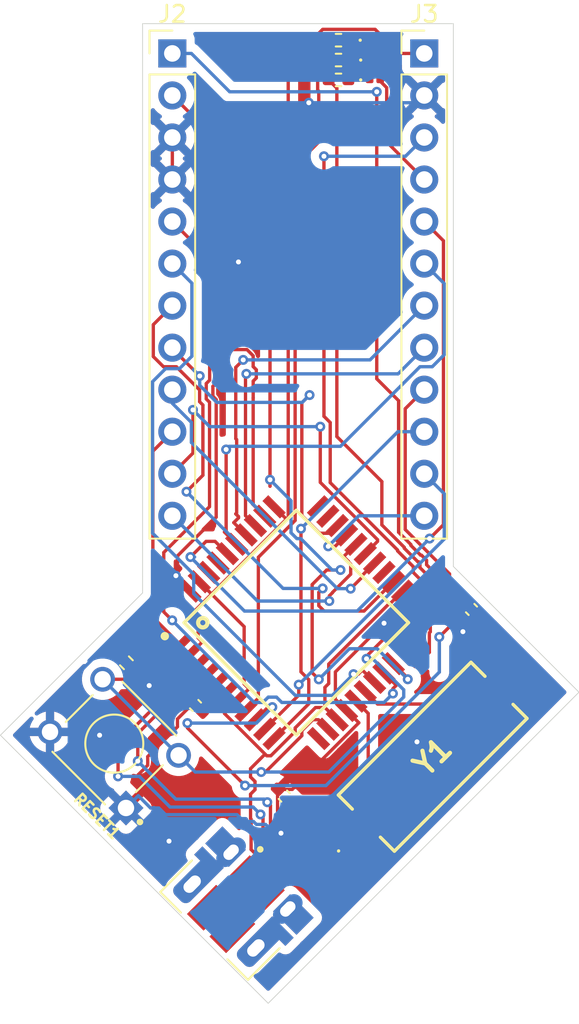
<source format=kicad_pcb>
(kicad_pcb (version 20241229) (generator "pcbnew") (generator_version "9.0")
  (layers (0 "F.Cu" signal) (2 "B.Cu" signal) (13 "F.Paste" user) (15 "B.Paste" user) (5 "F.SilkS" user "F.Silkscreen") (7 "B.SilkS" user "B.Silkscreen") (1 "F.Mask" user) (3 "B.Mask" user) (25 "Edge.Cuts" user))
  (net 0 "")
  (net 1 "GND")
  (net 2 "/XTAL1")
  (net 3 "/XTAL2")
  (net 4 "Net-(U1-UCAP)")
  (net 5 "Net-(J1-D-)")
  (net 11 "Net-(J1-D+)")
  (net 13 "VCC")
  (net 17 "/TX")
  (net 18 "/D8")
  (net 19 "/D5")
  (net 20 "/D9")
  (net 21 "/D3")
  (net 22 "/D2")
  (net 23 "/RX")
  (net 24 "/D4")
  (net 25 "/D6")
  (net 26 "/D7")
  (net 27 "/D16")
  (net 28 "/D10")
  (net 29 "/D19")
  (net 30 "/D15")
  (net 31 "/D14")
  (net 32 "/RESET")
  (net 33 "/D21")
  (net 34 "/D20")
  (net 35 "/D18")
  (net 36 "Net-(PWR1-K)")
  (net 37 "/TXLED")
  (net 38 "Net-(TX1-K)")
  (net 39 "Net-(RX1-K)")
  (net 40 "/RXLED")
  (footprint "Capacitor_SMD:C_0402_1005Metric_Pad0.74x0.62mm_HandSolder" (layer "F.Cu") (at 101.4013 139.4013 135)
    (property "Reference" "C3" (hide yes))
    (property "Value" "1uF" (hide yes))
  )
  (footprint "10103594_0001LF (1):AMPHENOL_10103594-0001LF" (layer "F.Cu") (at 103.1269 152.1269 -45)
    (property "Reference" "J1" (hide yes))
    (property "Value" "10103594-0001LF" (hide yes))
  )
  (footprint "Capacitor_SMD:C_0402_1005Metric_Pad0.74x0.62mm_HandSolder" (layer "F.Cu") (at 118.0987 133.5987 135)
    (property "Reference" "C1" (hide yes))
    (property "Value" "27pF" (hide yes))
  )
  (footprint "Resistor_SMD:R_0402_1005Metric_Pad0.72x0.64mm_HandSolder" (layer "F.Cu") (at 110.0525 101.6)
    (property "Reference" "R3" (hide yes))
    (property "Value" "1k" (hide yes))
  )
  (footprint "LED_SMD:LED_0201_0603Metric" (layer "F.Cu") (at 112.255 101.6)
    (property "Reference" "RX1" (hide yes))
    (property "Value" "LED" (hide yes))
  )
  (footprint "LED_SMD:LED_0201_0603Metric" (layer "F.Cu") (at 112.255 100.4)
    (property "Reference" "TX1" (hide yes))
    (property "Value" "LED" (hide yes))
  )
  (footprint "LED_SMD:LED_0201_0603Metric_Pad0.64x0.40mm_HandSolder" (layer "F.Cu") (at 112.4 99.2)
    (property "Reference" "PWR1" (hide yes))
    (property "Value" "LED" (hide yes))
  )
  (footprint "Resistor_SMD:R_0402_1005Metric_Pad0.72x0.64mm_HandSolder" (layer "F.Cu") (at 97.2225 136.8225 -45)
    (property "Reference" "R1" (hide yes))
    (property "Value" "10k" (hide yes))
  )
  (footprint "Resistor_SMD:R_0402_1005Metric_Pad0.72x0.64mm_HandSolder" (layer "F.Cu") (at 110.0525 100.4)
    (property "Reference" "R2" (hide yes))
    (property "Value" "1k" (hide yes))
  )
  (footprint "KiCad:ECS160185PXGMTR" (layer "F.Cu") (at 115.75 142.5 45)
    (property "Reference" "Y1")
    (property "Value" "ECS-160-18-5PX-GM-TR" (hide yes))
  )
  (footprint "Connector_PinHeader_2.54mm:PinHeader_1x12_P2.54mm_Vertical" (layer "F.Cu") (at 100 100)
    (property "Reference" "J2")
    (property "Value" "Conn_01x12_Pin" (hide yes))
  )
  (footprint "1825910_6:SW_1825910-6-4" (layer "F.Cu") (at 96.4891 141.7071 135)
    (property "Reference" "RESET1")
    (property "Value" "1825910-6" (hide yes))
  )
  (footprint "Resistor_SMD:R_0402_1005Metric_Pad0.72x0.64mm_HandSolder" (layer "F.Cu") (at 110.0525 99.2)
    (property "Reference" "R4" (hide yes))
    (property "Value" "1k" (hide yes))
  )
  (footprint "ATMEGA32U4_AU:QFP80P1200X1200X120-44N" (layer "F.Cu") (at 107.5 134.4 45)
    (property "Reference" "U1" (hide yes))
    (property "Value" "ATMEGA32U4-AU" (hide yes))
  )
  (footprint "Capacitor_SMD:C_0402_1005Metric_Pad0.74x0.62mm_HandSolder" (layer "F.Cu") (at 106.7671 144.875 135)
    (property "Reference" "C2" (hide yes))
    (property "Value" "27pF" (hide yes))
  )
  (footprint "Connector_PinHeader_2.54mm:PinHeader_1x12_P2.54mm_Vertical" (layer "F.Cu") (at 115.24 100)
    (property "Reference" "J3")
    (property "Value" "Conn_01x12_Pin" (hide yes))
  )
  (gr_line (start 98.2 98.2) (end 98.2 131.6) (stroke (width 0.05)) (layer "Edge.Cuts"))
  (gr_line (start 98.2 132.6) (end 98.2 131.6) (stroke (width 0.05)) (layer "Edge.Cuts"))
  (gr_line (start 111.8 151.4) (end 105.8 157.4) (stroke (width 0.05)) (layer "Edge.Cuts"))
  (gr_line (start 117 98.2) (end 117 131) (stroke (width 0.05)) (layer "Edge.Cuts"))
  (gr_line (start 124.6 138.6) (end 111.8 151.4) (stroke (width 0.05)) (layer "Edge.Cuts"))
  (gr_line (start 89.6 141.2) (end 95.6 135.2) (stroke (width 0.05)) (layer "Edge.Cuts"))
  (gr_line (start 95.6 135.2) (end 98.2 132.6) (stroke (width 0.05)) (layer "Edge.Cuts"))
  (gr_line (start 117 131) (end 124.6 138.6) (stroke (width 0.05)) (layer "Edge.Cuts"))
  (gr_line (start 98.2 98.2) (end 117 98.2) (stroke (width 0.05)) (layer "Edge.Cuts"))
  (gr_line (start 89.6 141.2) (end 105.8 157.4) (stroke (width 0.05)) (layer "Edge.Cuts"))
  (segment (start 114.5004 133.0565) (end 113.7567 133.8002) (width 0.2) (layer "F.Cu") (net 1))
  (segment (start 109.455 99.2) (end 108.257 100.398) (width 0.2) (layer "F.Cu") (net 1))
  (segment (start 102.4534 120.7138) (end 102.6534 120.9138) (width 0.2) (layer "F.Cu") (net 1))
  (segment (start 109.8638 137.374) (end 112.8071 134.4307) (width 0.2) (layer "F.Cu") (net 1))
  (segment (start 105.0804 119.1137) (end 105.0804 119.6121) (width 0.2) (layer "F.Cu") (net 1))
  (segment (start 100 107.62) (end 100 105.08) (width 0.2) (layer "F.Cu") (net 1))
  (segment (start 100.3227 130.3532) (end 100.3227 131.7482) (width 0.2) (layer "F.Cu") (net 1))
  (segment (start 108.257 100.398) (end 108.257 102.9803) (width 0.2) (layer "F.Cu") (net 1))
  (segment (start 104.8904 127.1784) (end 104.8472 127.2216) (width 0.2) (layer "F.Cu") (net 1))
  (segment (start 106.5738 147.1188) (end 106.3658 146.9108) (width 0.2) (layer "F.Cu") (net 1))
  (segment (start 102.6956 117.8958) (end 102.6956 119.8734) (width 0.2) (layer "F.Cu") (net 1))
  (segment (start 100.31 140.69) (end 98.5116 142.4884) (width 0.2) (layer "F.Cu") (net 1))
  (segment (start 102.6956 119.8734) (end 102.4534 120.1156) (width 0.2) (layer "F.Cu") (net 1))
  (segment (start 102.7624 138.0062) (end 101.7686 139) (width 0.2) (layer "F.Cu") (net 1))
  (segment (start 101.7686 139) (end 101 139) (width 0.2) (layer "F.Cu") (net 1))
  (segment (start 97.9392 143.5856) (end 97.9392 144.8531) (width 0.2) (layer "F.Cu") (net 1))
  (segment (start 110.5406 139.7033) (end 111.2844 140.447) (width 0.2) (layer "F.Cu") (net 1))
  (segment (start 105.5908 127.9653) (end 104.8472 127.2216) (width 0.2) (layer "F.Cu") (net 1))
  (segment (start 102.6956 117.8958) (end 104.5152 117.8958) (width 0.2) (layer "F.Cu") (net 1))
  (segment (start 98.5116 142.4884) (end 98.5116 143.0132) (width 0.2) (layer "F.Cu") (net 1))
  (segment (start 100.4642 131.8897) (end 100.3227 131.7482) (width 0.2) (layer "F.Cu") (net 1))
  (segment (start 97.9392 144.8531) (end 97.9393 144.8531) (width 0.2) (layer "F.Cu") (net 1))
  (segment (start 101.0653 132.4908) (end 100.4642 131.8897) (width 0.2) (layer "F.Cu") (net 1))
  (segment (start 110.5406 139.7033) (end 109.7969 138.9596) (width 0.2) (layer "F.Cu") (net 1))
  (segment (start 101 139.5275) (end 100.31 140.2175) (width 0.2) (layer "F.Cu") (net 1))
  (segment (start 100.2168 131.5597) (end 100.3217 131.6646) (width 0.2) (layer "F.Cu") (net 1))
  (segment (start 101 139) (end 101 139.5275) (width 0.2) (layer "F.Cu") (net 1))
  (segment (start 98.5116 143.0132) (end 97.9392 143.5856) (width 0.2) (layer "F.Cu") (net 1))
  (segment (start 104.5152 117.8958) (end 104.8904 118.271) (width 0.2) (layer "F.Cu") (net 1))
  (segment (start 113.1262 134.4307) (end 113.7567 133.8002) (width 0.2) (layer "F.Cu") (net 1))
  (segment (start 100.31 140.2175) (end 100.31 140.69) (width 0.2) (layer "F.Cu") (net 1))
  (segment (start 117.6974 133.1974) (end 117.5789 133.3159) (width 0.2) (layer "F.Cu") (net 1))
  (segment (start 112.8071 134.4307) (end 113.1262 134.4307) (width 0.2) (layer "F.Cu") (net 1))
  (segment (start 97.1962 145.5962) (end 97.9393 144.8531) (width 0.2) (layer "F.Cu") (net 1))
  (segment (start 100.3227 131.7482) (end 100.3217 131.7471) (width 0.2) (layer "F.Cu") (net 1))
  (segment (start 106.3658 146.9108) (end 106.3658 144.4737) (width 0.2) (layer "F.Cu") (net 1))
  (segment (start 109.7969 138.9596) (end 109.8638 138.8927) (width 0.2) (layer "F.Cu") (net 1))
  (segment (start 102.6956 110.3156) (end 102.6956 117.8958) (width 0.2) (layer "F.Cu") (net 1))
  (segment (start 107.2577 144.4737) (end 106.3658 144.4737) (width 0.2) (layer "F.Cu") (net 1))
  (segment (start 100.3217 131.6646) (end 100.3217 131.7471) (width 0.2) (layer "F.Cu") (net 1))
  (segment (start 104.8904 118.9237) (end 105.0804 119.1137) (width 0.2) (layer "F.Cu") (net 1))
  (segment (start 104.8919 119.8006) (end 104.8919 120.8127) (width 0.2) (layer "F.Cu") (net 1))
  (segment (start 100 107.62) (end 102.6956 110.3156) (width 0.2) (layer "F.Cu") (net 1))
  (segment (start 109.8638 138.8927) (end 109.8638 137.374) (width 0.2) (layer "F.Cu") (net 1))
  (segment (start 106.0437 151.0486) (end 106.8758 150.2165) (width 0.2) (layer "F.Cu") (net 1))
  (segment (start 102.6534 128.0225) (end 100.3227 130.3532) (width 0.2) (layer "F.Cu") (net 1))
  (segment (start 106.8758 150.2165) (end 106.8758 147.4208) (width 0.2) (layer "F.Cu") (net 1))
  (segment (start 117.5789 133.3159) (end 117.5789 134.9416) (width 0.2) (layer "F.Cu") (net 1))
  (segment (start 104.8904 120.8142) (end 104.8904 127.1784) (width 0.2) (layer "F.Cu") (net 1))
  (segment (start 106.8758 147.4208) (end 106.5738 147.1188) (width 0.2) (layer "F.Cu") (net 1))
  (segment (start 111.2844 140.447) (end 107.2577 144.4737) (width 0.2) (layer "F.Cu") (net 1))
  (segment (start 105.0804 119.6121) (end 104.8919 119.8006) (width 0.2) (layer "F.Cu") (net 1))
  (segment (start 102.6534 120.9138) (end 102.6534 128.0225) (width 0.2) (layer "F.Cu") (net 1))
  (segment (start 102.4534 120.1156) (end 102.4534 120.7138) (width 0.2) (layer "F.Cu") (net 1))
  (segment (start 104.8904 118.271) (end 104.8904 118.9237) (width 0.2) (layer "F.Cu") (net 1))
  (segment (start 104.8919 120.8127) (end 104.8904 120.8142) (width 0.2) (layer "F.Cu") (net 1))
  (via (at 100.2168 131.5597) (size 0.6) (drill 0.3) (layers "F.Cu" "B.Cu") (net 1))
  (via (at 104 112.6) (size 0.6) (drill 0.3) (layers "F.Cu" "B.Cu") (net 1))
  (via (at 99.8 147.6) (size 0.6) (drill 0.3) (layers "F.Cu" "B.Cu") (net 1))
  (via (at 112.8071 134.4307) (size 0.6) (drill 0.3) (layers "F.Cu" "B.Cu") (net 1))
  (via (at 106.5738 147.1188) (size 0.6) (drill 0.3) (layers "F.Cu" "B.Cu") (net 1))
  (via (at 95.6 141.2) (size 0.6) (drill 0.3) (layers "F.Cu" "B.Cu") (net 1))
  (via (at 117.5789 134.9416) (size 0.6) (drill 0.3) (layers "F.Cu" "B.Cu") (net 1))
  (via (at 108.257 102.9803) (size 0.6) (drill 0.3) (layers "F.Cu" "B.Cu") (net 1))
  (via (at 98.6 138.2) (size 0.6) (drill 0.3) (layers "F.Cu" "B.Cu") (net 1))
  (via (at 114.8 141.6) (size 0.6) (drill 0.3) (layers "F.Cu" "B.Cu") (net 1))
  (segment (start 99.1612 145.5962) (end 99.1627 145.5977) (width 0.2) (layer "B.Cu") (net 1))
  (segment (start 105.0847 146.5885) (end 105.6376 146.5885) (width 0.2) (layer "B.Cu") (net 1))
  (segment (start 98.6822 145.5961) (end 98.6822 145.5962) (width 0.2) (layer "B.Cu") (net 1))
  (segment (start 106.4771 147.1112) (end 106.4787 147.1112) (width 0.2) (layer "B.Cu") (net 1))
  (segment (start 106.0685 146.7026) (end 106.4771 147.1112) (width 0.2) (layer "B.Cu") (net 1))
  (segment (start 104.9059 146.4097) (end 105.0847 146.5885) (width 0.2) (layer "B.Cu") (net 1))
  (segment (start 105.7517 146.7026) (end 106.0685 146.7026) (width 0.2) (layer "B.Cu") (net 1))
  (segment (start 105.6376 146.5885) (end 105.7517 146.7026) (width 0.2) (layer "B.Cu") (net 1))
  (segment (start 117.068 134.4307) (end 112.8071 134.4307) (width 0.2) (layer "B.Cu") (net 1))
  (segment (start 102.0997 102.9803) (end 108.257 102.9803) (width 0.2) (layer "B.Cu") (net 1))
  (segment (start 98.6822 145.5962) (end 99.1612 145.5962) (width 0.2) (layer "B.Cu") (net 1))
  (segment (start 108.257 102.9803) (end 114.7997 102.9803) (width 0.2) (layer "B.Cu") (net 1))
  (segment (start 92.6 141) (end 93.7665 141) (width 0.2) (layer "B.Cu") (net 1))
  (segment (start 99.5853 145.9993) (end 103.9124 145.9993) (width 0.2) (layer "B.Cu") (net 1))
  (segment (start 97.1962 145.5962) (end 93.7665 142.1665) (width 0.2) (layer "B.Cu") (net 1))
  (segment (start 97.1962 145.5962) (end 97.9393 144.8531) (width 0.2) (layer "B.Cu") (net 1))
  (segment (start 99.1627 145.5977) (end 99.1837 145.5977) (width 0.2) (layer "B.Cu") (net 1))
  (segment (start 103.9124 145.9993) (end 104.3228 146.4097) (width 0.2) (layer "B.Cu") (net 1))
  (segment (start 100 105.08) (end 102.0997 102.9803) (width 0.2) (layer "B.Cu") (net 1))
  (segment (start 99.1837 145.5977) (end 99.5853 145.9993) (width 0.2) (layer "B.Cu") (net 1))
  (segment (start 93.7665 142.1665) (end 93.7665 141) (width 0.2) (layer "B.Cu") (net 1))
  (segment (start 117.5789 134.9416) (end 117.068 134.4307) (width 0.2) (layer "B.Cu") (net 1))
  (segment (start 106.4863 147.1188) (end 106.5738 147.1188) (width 0.2) (layer "B.Cu") (net 1))
  (segment (start 97.9393 144.8531) (end 98.6822 145.5961) (width 0.2) (layer "B.Cu") (net 1))
  (segment (start 93.7665 138.01) (end 100.2168 131.5597) (width 0.2) (layer "B.Cu") (net 1))
  (segment (start 93.7665 141) (end 93.7665 138.01) (width 0.2) (layer "B.Cu") (net 1))
  (segment (start 104.3228 146.4097) (end 104.9059 146.4097) (width 0.2) (layer "B.Cu") (net 1))
  (segment (start 106.4787 147.1112) (end 106.4863 147.1188) (width 0.2) (layer "B.Cu") (net 1))
  (segment (start 114.7997 102.9803) (end 115.24 102.54) (width 0.2) (layer "B.Cu") (net 1))
  (segment (start 118.6066 139.3156) (end 112.4156 139.3156) (width 0.2) (layer "F.Cu") (net 2))
  (segment (start 119.1088 139.1412) (end 118.9449 138.9773) (width 0.2) (layer "F.Cu") (net 2))
  (segment (start 118.5 137.9091) (end 118.1884 138.2207) (width 0.2) (layer "F.Cu") (net 2))
  (segment (start 118.9449 138.9773) (end 118.6066 139.3156) (width 0.2) (layer "F.Cu") (net 2))
  (segment (start 118.5 134) (end 118.5 137.9091) (width 0.2) (layer "F.Cu") (net 2))
  (segment (start 111.6719 138.5719) (end 112.4156 139.3156) (width 0.2) (layer "F.Cu") (net 2))
  (segment (start 118.9449 138.9773) (end 118.1884 138.2207) (width 0.2) (layer "F.Cu") (net 2))
  (segment (start 111.85 139.8814) (end 111.85 144.5591) (width 0.2) (layer "F.Cu") (net 3))
  (segment (start 112.3912 145.8588) (end 111.931 145.3986) (width 0.2) (layer "F.Cu") (net 3))
  (segment (start 111.931 145.3986) (end 111.4708 144.9383) (width 0.2) (layer "F.Cu") (net 3))
  (segment (start 111.1062 139.1376) (end 111.85 139.8814) (width 0.2) (layer "F.Cu") (net 3))
  (segment (start 111.85 144.5591) (end 111.4708 144.9383) (width 0.2) (layer "F.Cu") (net 3))
  (segment (start 107.2907 145.3986) (end 107.1684 145.2763) (width 0.2) (layer "F.Cu") (net 3))
  (segment (start 111.931 145.3986) (end 107.2907 145.3986) (width 0.2) (layer "F.Cu") (net 3))
  (segment (start 102.0974 139.8026) (end 103.3281 138.5719) (width 0.2) (layer "F.Cu") (net 4))
  (segment (start 101.8026 139.8026) (end 102.0974 139.8026) (width 0.2) (layer "F.Cu") (net 4))
  (segment (start 100.7981 137.6186) (end 96.7169 141.6998) (width 0.2) (layer "F.Cu") (net 5))
  (segment (start 105.3338 145.9868) (end 105.486 146.139) (width 0.2) (layer "F.Cu") (net 5))
  (segment (start 105.486 148.8267) (end 105.497 148.8376) (width 0.2) (layer "F.Cu") (net 5))
  (segment (start 96.7169 141.6998) (end 96.7169 143.6865) (width 0.2) (layer "F.Cu") (net 5))
  (segment (start 100.8873 137.6186) (end 100.7981 137.6186) (width 0.2) (layer "F.Cu") (net 5))
  (segment (start 104.6649 149.6697) (end 105.497 148.8376) (width 0.2) (layer "F.Cu") (net 5))
  (segment (start 101.631 136.8749) (end 100.8873 137.6186) (width 0.2) (layer "F.Cu") (net 5))
  (segment (start 105.486 146.139) (end 105.486 148.8267) (width 0.2) (layer "F.Cu") (net 5))
  (via (at 105.3338 145.9868) (size 0.6) (drill 0.3) (layers "F.Cu" "B.Cu") (net 5))
  (via (at 96.7169 143.6865) (size 0.6) (drill 0.3) (layers "F.Cu" "B.Cu") (net 5))
  (segment (start 104.8863 145.5393) (end 105.3338 145.9868) (width 0.2) (layer "B.Cu") (net 5))
  (segment (start 96.7169 143.6865) (end 98.0076 143.6865) (width 0.2) (layer "B.Cu") (net 5))
  (segment (start 98.0076 143.6865) (end 99.8604 145.5393) (width 0.2) (layer "B.Cu") (net 5))
  (segment (start 99.8604 145.5393) (end 104.8863 145.5393) (width 0.2) (layer "B.Cu") (net 5))
  (segment (start 102.1967 137.4406) (end 101.453 138.1843) (width 0.2) (layer "F.Cu") (net 11))
  (segment (start 101.4529 138.1843) (end 101.453 138.1843) (width 0.2) (layer "F.Cu") (net 11))
  (segment (start 105.9366 145.4392) (end 105.7441 145.2467) (width 0.2) (layer "F.Cu") (net 11))
  (segment (start 105.7441 145.2467) (end 105.7441 145.2483) (width 0.2) (layer "F.Cu") (net 11))
  (segment (start 100.8187 138.1843) (end 101.4529 138.1843) (width 0.2) (layer "F.Cu") (net 11))
  (segment (start 105.9566 149.2972) (end 105.9366 149.2773) (width 0.2) (layer "F.Cu") (net 11))
  (segment (start 105.1245 150.1293) (end 105.9566 149.2972) (width 0.2) (layer "F.Cu") (net 11))
  (segment (start 105.9366 149.2773) (end 105.9366 145.4392) (width 0.2) (layer "F.Cu") (net 11))
  (segment (start 97.9099 141.0931) (end 100.8187 138.1843) (width 0.2) (layer "F.Cu") (net 11))
  (segment (start 97.9099 142.764) (end 97.9099 141.0931) (width 0.2) (layer "F.Cu") (net 11))
  (segment (start 105.7441 145.2483) (end 105.7441 145.2467) (width 0.2) (layer "F.Cu") (net 11))
  (via (at 105.7441 145.2467) (size 0.6) (drill 0.3) (layers "F.Cu" "B.Cu") (net 11))
  (via (at 97.9099 142.764) (size 0.6) (drill 0.3) (layers "F.Cu" "B.Cu") (net 11))
  (segment (start 105.5593 145.0619) (end 100.2078 145.0619) (width 0.2) (layer "B.Cu") (net 11))
  (segment (start 105.7441 145.2467) (end 105.5593 145.0619) (width 0.2) (layer "B.Cu") (net 11))
  (segment (start 105.7441 145.2483) (end 105.7441 145.2467) (width 0.2) (layer "B.Cu") (net 11))
  (segment (start 105.7441 145.2467) (end 105.7441 145.2483) (width 0.2) (layer "B.Cu") (net 11))
  (segment (start 100.2078 145.0619) (end 97.9099 142.764) (width 0.2) (layer "B.Cu") (net 11))
  (segment (start 112.2685 98.5447) (end 109.0982 98.5447) (width 0.2) (layer "F.Cu") (net 13))
  (segment (start 104.7321 143.2183) (end 105.6095 142.3409) (width 0.2) (layer "F.Cu") (net 13))
  (segment (start 106.9002 128.1433) (end 102.3747 132.6688) (width 0.2) (layer "F.Cu") (net 13))
  (segment (start 100.3216 137.0529) (end 99.6687 136.4) (width 0.2) (layer "F.Cu") (net 13))
  (segment (start 109.2312 138.3051) (end 109.4621 138.0742) (width 0.2) (layer "F.Cu") (net 13))
  (segment (start 105.7114 142.4428) (end 105.9579 142.4428) (width 0.2) (layer "F.Cu") (net 13))
  (segment (start 105.0013 143.9934) (end 104.7321 143.7242) (width 0.2) (layer "F.Cu") (net 13))
  (segment (start 101.5604 135.3168) (end 101.5604 134.1173) (width 0.2) (layer "F.Cu") (net 13))
  (segment (start 104.3451 138.1016) (end 104.3451 134.6392) (width 0.2) (layer "F.Cu") (net 13))
  (segment (start 101.8091 135.5654) (end 101.5604 135.3168) (width 0.2) (layer "F.Cu") (net 13))
  (segment (start 107.0109 100.632) (end 107.0109 128.0326) (width 0.2) (layer "F.Cu") (net 13))
  (segment (start 104.6375 138.3939) (end 104.3451 138.1016) (width 0.2) (layer "F.Cu") (net 13))
  (segment (start 112.575 100.4) (end 112.8075 100.1675) (width 0.2) (layer "F.Cu") (net 13))
  (segment (start 109.4621 136.9024) (end 113.13 133.2345) (width 0.2) (layer "F.Cu") (net 13))
  (segment (start 104.7321 144.761) (end 105.0013 144.4918) (width 0.2) (layer "F.Cu") (net 13))
  (segment (start 115.24 107.62) (end 112.9684 105.3484) (width 0.2) (layer "F.Cu") (net 13))
  (segment (start 103.15 139.8814) (end 105.6095 142.3409) (width 0.2) (layer "F.Cu") (net 13))
  (segment (start 101.0653 136.3092) (end 100.3216 137.0529) (width 0.2) (layer "F.Cu") (net 13))
  (segment (start 109.4621 138.0742) (end 109.4621 136.9024) (width 0.2) (layer "F.Cu") (net 13))
  (segment (start 107.433 140.7555) (end 108.6632 139.5253) (width 0.2) (layer "F.Cu") (net 13))
  (segment (start 112.575 101.6758) (end 112.575 101.6) (width 0.2) (layer "F.Cu") (net 13))
  (segment (start 112.8075 100) (end 112.8075 99.2) (width 0.2) (layer "F.Cu") (net 13))
  (segment (start 112.8075 100) (end 114.0883 100) (width 0.2) (layer "F.Cu") (net 13))
  (segment (start 99.6687 136.4) (end 96.8 136.4) (width 0.2) (layer "F.Cu") (net 13))
  (segment (start 104.7646 148.1053) (end 104.7646 146.2684) (width 0.2) (layer "F.Cu") (net 13))
  (segment (start 108.6632 139.5253) (end 109.2312 139.5253) (width 0.2) (layer "F.Cu") (net 13))
  (segment (start 104.7321 146.2359) (end 104.7321 144.761) (width 0.2) (layer "F.Cu") (net 13))
  (segment (start 112.8075 99.0837) (end 112.2685 98.5447) (width 0.2) (layer "F.Cu") (net 13))
  (segment (start 104.7646 146.2684) (end 104.7321 146.2359) (width 0.2) (layer "F.Cu") (net 13))
  (segment (start 103.8938 139.1376) (end 104.6375 138.3939) (width 0.2) (layer "F.Cu") (net 13))
  (segment (start 101.631 131.9251) (end 102.3747 132.6688) (width 0.2) (layer "F.Cu") (net 13))
  (segment (start 107.0109 128.0326) (end 106.9002 128.1433) (width 0.2) (layer "F.Cu") (net 13))
  (segment (start 104.3451 134.6392) (end 102.3747 132.6688) (width 0.2) (layer "F.Cu") (net 13))
  (segment (start 101.313 133.8699) (end 101.313 133.8002) (width 0.2) (layer "F.Cu") (net 13))
  (segment (start 112.8075 100.1675) (end 112.8075 100) (width 0.2) (layer "F.Cu") (net 13))
  (segment (start 105.0013 144.4918) (end 105.0013 143.9934) (width 0.2) (layer "F.Cu") (net 13))
  (segment (start 101.4372 135.9373) (end 101.0653 136.3092) (width 0.2) (layer "F.Cu") (net 13))
  (segment (start 109.0982 98.5447) (end 107.0109 100.632) (width 0.2) (layer "F.Cu") (net 13))
  (segment (start 112.575 101.6) (end 112.575 100.4) (width 0.2) (layer "F.Cu") (net 13))
  (segment (start 113.9347 132.4908) (end 113.191 133.2345) (width 0.2) (layer "F.Cu") (net 13))
  (segment (start 103.5219 139.5095) (end 103.15 139.8814) (width 0.2) (layer "F.Cu") (net 13))
  (segment (start 105.6095 142.3409) (end 105.7114 142.4428) (width 0.2) (layer "F.Cu") (net 13))
  (segment (start 112.8075 99.2) (end 112.8075 99.0837) (width 0.2) (layer "F.Cu") (net 13))
  (segment (start 105.0373 148.378) (end 104.7646 148.1053) (width 0.2) (layer "F.Cu") (net 13))
  (segment (start 113.13 133.2345) (end 113.191 133.2345) (width 0.2) (layer "F.Cu") (net 13))
  (segment (start 105.9579 142.4428) (end 107.433 140.9677) (width 0.2) (layer "F.Cu") (net 13))
  (segment (start 101.313 133.8002) (end 101.2433 133.8002) (width 0.2) (layer "F.Cu") (net 13))
  (segment (start 109.9749 140.269) (end 109.2312 139.5253) (width 0.2) (layer "F.Cu") (net 13))
  (segment (start 106.1565 127.3996) (end 106.9002 128.1433) (width 0.2) (layer "F.Cu") (net 13))
  (segment (start 101.313 133.8002) (end 101.313 133.7305) (width 0.2) (layer "F.Cu") (net 13))
  (segment (start 112.9684 105.3484) (end 112.9684 102.0691) (width 0.2) (layer "F.Cu") (net 13))
  (segment (start 112.5751 101.6758) (end 112.575 101.6758) (width 0.2) (layer "F.Cu") (net 13))
  (segment (start 101.4372 135.9373) (end 101.8091 135.5654) (width 0.2) (layer "F.Cu") (net 13))
  (segment (start 100.4996 133.0565) (end 101.2433 133.8002) (width 0.2) (layer "F.Cu") (net 13))
  (segment (start 115.24 100) (end 114.0883 100) (width 0.2) (layer "F.Cu") (net 13))
  (segment (start 107.433 140.9677) (end 107.433 140.7555) (width 0.2) (layer "F.Cu") (net 13))
  (segment (start 104.2052 149.2101) (end 105.0373 148.378) (width 0.2) (layer "F.Cu") (net 13))
  (segment (start 109.2312 139.5253) (end 109.2312 138.3051) (width 0.2) (layer "F.Cu") (net 13))
  (segment (start 103.5219 139.5095) (end 103.8938 139.1376) (width 0.2) (layer "F.Cu") (net 13))
  (segment (start 101.5604 134.1173) (end 101.313 133.8699) (width 0.2) (layer "F.Cu") (net 13))
  (segment (start 112.9684 102.0691) (end 112.5751 101.6758) (width 0.2) (layer "F.Cu") (net 13))
  (segment (start 104.7321 143.7242) (end 104.7321 143.2183) (width 0.2) (layer "F.Cu") (net 13))
  (segment (start 101.313 133.7305) (end 102.3747 132.6688) (width 0.2) (layer "F.Cu") (net 13))
  (segment (start 112.3667 119.6606) (end 113.6866 120.9805) (width 0.2) (layer "F.Cu") (net 17))
  (segment (start 115.6067 134.2858) (end 115.6067 134.9531) (width 0.2) (layer "F.Cu") (net 17))
  (segment (start 115.0194 130.3189) (end 115.0717 130.3189) (width 0.2) (layer "F.Cu") (net 17))
  (segment (start 116.3334 131.8581) (end 116.3334 133.5591) (width 0.2) (layer "F.Cu") (net 17))
  (segment (start 115.3818 130.8987) (end 116.0146 131.5315) (width 0.2) (layer "F.Cu") (net 17))
  (segment (start 115.5482 136.1923) (end 114.9797 136.7608) (width 0.2) (layer "F.Cu") (net 17))
  (segment (start 115.5482 135.0116) (end 115.5482 136.1923) (width 0.2) (layer "F.Cu") (net 17))
  (segment (start 116.3334 133.5591) (end 115.6067 134.2858) (width 0.2) (layer "F.Cu") (net 17))
  (segment (start 114.9797 136.7608) (end 114.9704 136.7608) (width 0.2) (layer "F.Cu") (net 17))
  (segment (start 116.0146 131.5315) (end 116.0146 131.5393) (width 0.2) (layer "F.Cu") (net 17))
  (segment (start 116.0995 131.6242) (end 116.0146 131.5393) (width 0.2) (layer "F.Cu") (net 17))
  (segment (start 114.9704 136.7608) (end 114.6784 137.0528) (width 0.2) (layer "F.Cu") (net 17))
  (segment (start 116.0995 131.6242) (end 116.3334 131.8581) (width 0.2) (layer "F.Cu") (net 17))
  (segment (start 112.3667 102.3183) (end 112.3667 119.6606) (width 0.2) (layer "F.Cu") (net 17))
  (segment (start 113.9347 136.3092) (end 114.6784 137.0528) (width 0.2) (layer "F.Cu") (net 17))
  (segment (start 115.6067 134.9531) (end 115.5482 135.0116) (width 0.2) (layer "F.Cu") (net 17))
  (segment (start 113.6866 120.9805) (end 113.6866 128.9338) (width 0.2) (layer "F.Cu") (net 17))
  (segment (start 115.0717 130.3189) (end 115.3818 130.629) (width 0.2) (layer "F.Cu") (net 17))
  (segment (start 114.4314 129.7309) (end 115.0194 130.3189) (width 0.2) (layer "F.Cu") (net 17))
  (segment (start 115.3818 130.629) (end 115.3818 130.8987) (width 0.2) (layer "F.Cu") (net 17))
  (segment (start 113.6866 128.9338) (end 114.4314 129.6786) (width 0.2) (layer "F.Cu") (net 17))
  (segment (start 114.4314 129.6786) (end 114.4314 129.7309) (width 0.2) (layer "F.Cu") (net 17))
  (segment (start 116.0995 131.6242) (end 116.0146 131.5393) (width 0.2) (layer "F.Cu") (net 17))
  (via (at 112.3667 102.3183) (size 0.6) (drill 0.3) (layers "F.Cu" "B.Cu") (net 17))
  (segment (start 100 100) (end 101.1517 100) (width 0.2) (layer "B.Cu") (net 17))
  (segment (start 103.47 102.3183) (end 101.1517 100) (width 0.2) (layer "B.Cu") (net 17))
  (segment (start 112.3667 102.3183) (end 103.47 102.3183) (width 0.2) (layer "B.Cu") (net 17))
  (segment (start 111.6719 130.2281) (end 112.4156 129.4844) (width 0.2) (layer "F.Cu") (net 18))
  (segment (start 112.4156 129.4844) (end 112.4156 129.3837) (width 0.2) (layer "F.Cu") (net 18))
  (segment (start 101.2482 121.5409) (end 101.2482 124.1518) (width 0.2) (layer "F.Cu") (net 18))
  (segment (start 101.2482 124.1518) (end 100 125.4) (width 0.2) (layer "F.Cu") (net 18))
  (segment (start 108.9497 125.9178) (end 108.9497 122.5531) (width 0.2) (layer "F.Cu") (net 18))
  (segment (start 112.4156 129.3837) (end 108.9497 125.9178) (width 0.2) (layer "F.Cu") (net 18))
  (via (at 108.9497 122.5531) (size 0.6) (drill 0.3) (layers "F.Cu" "B.Cu") (net 18))
  (via (at 101.2482 121.5409) (size 0.6) (drill 0.3) (layers "F.Cu" "B.Cu") (net 18))
  (segment (start 101.3524 121.6451) (end 101.2482 121.5409) (width 0.2) (layer "B.Cu") (net 18))
  (segment (start 102.2604 122.5531) (end 101.3524 121.6451) (width 0.2) (layer "B.Cu") (net 18))
  (segment (start 108.9497 122.5531) (end 102.2604 122.5531) (width 0.2) (layer "B.Cu") (net 18))
  (segment (start 107.8347 127.9215) (end 107.8347 121.111) (width 0.2) (layer "F.Cu") (net 19))
  (segment (start 108.9093 128.996) (end 107.8348 127.9215) (width 0.2) (layer "F.Cu") (net 19))
  (segment (start 100 117.8357) (end 101.6572 119.4929) (width 0.2) (layer "F.Cu") (net 19))
  (segment (start 109.9749 128.531) (end 109.5099 128.996) (width 0.2) (layer "F.Cu") (net 19))
  (segment (start 108.0524 120.8933) (end 108.3015 120.6442) (width 0.2) (layer "F.Cu") (net 19))
  (segment (start 108.3015 120.6442) (end 108.0524 120.8933) (width 0.2) (layer "F.Cu") (net 19))
  (segment (start 109.5099 128.996) (end 108.9093 128.996) (width 0.2) (layer "F.Cu") (net 19))
  (segment (start 107.8348 127.9215) (end 107.8347 127.9215) (width 0.2) (layer "F.Cu") (net 19))
  (segment (start 101.6572 119.4929) (end 101.2782 119.1139) (width 0.2) (layer "F.Cu") (net 19))
  (segment (start 101.2782 119.1139) (end 101.6572 119.4929) (width 0.2) (layer "F.Cu") (net 19))
  (segment (start 107.8347 121.111) (end 108.3015 120.6442) (width 0.2) (layer "F.Cu") (net 19))
  (segment (start 100 117.78) (end 100 117.8357) (width 0.2) (layer "F.Cu") (net 19))
  (via (at 101.6572 119.4929) (size 0.6) (drill 0.3) (layers "F.Cu" "B.Cu") (net 19))
  (via (at 108.3015 120.6442) (size 0.6) (drill 0.3) (layers "F.Cu" "B.Cu") (net 19))
  (segment (start 101.2782 119.1139) (end 101.6572 119.4929) (width 0.2) (layer "B.Cu") (net 19))
  (segment (start 102.6892 121.0871) (end 107.8586 121.0871) (width 0.2) (layer "B.Cu") (net 19))
  (segment (start 107.8586 121.0871) (end 108.3015 120.6442) (width 0.2) (layer "B.Cu") (net 19))
  (segment (start 101.6572 120.0551) (end 102.6892 121.0871) (width 0.2) (layer "B.Cu") (net 19))
  (segment (start 108.3015 120.6442) (end 108.0524 120.8933) (width 0.2) (layer "B.Cu") (net 19))
  (segment (start 101.6572 119.4929) (end 101.2782 119.1139) (width 0.2) (layer "B.Cu") (net 19))
  (segment (start 101.6572 119.4929) (end 101.6572 120.0551) (width 0.2) (layer "B.Cu") (net 19))
  (segment (start 108.0524 120.8933) (end 108.3015 120.6442) (width 0.2) (layer "B.Cu") (net 19))
  (segment (start 111.1062 129.6624) (end 110.3626 130.406) (width 0.2) (layer "F.Cu") (net 20))
  (segment (start 109.6948 132.5648) (end 110.7904 131.4692) (width 0.2) (layer "F.Cu") (net 20))
  (segment (start 109.4971 133.0915) (end 109.4971 132.7765) (width 0.2) (layer "F.Cu") (net 20))
  (segment (start 110.7904 130.8647) (end 110.6571 130.7314) (width 0.2) (layer "F.Cu") (net 20))
  (segment (start 109.6948 132.5788) (end 109.6948 132.5648) (width 0.2) (layer "F.Cu") (net 20))
  (segment (start 110.6571 130.7314) (end 110.6571 130.7006) (width 0.2) (layer "F.Cu") (net 20))
  (segment (start 110.7904 131.4692) (end 110.7904 130.8647) (width 0.2) (layer "F.Cu") (net 20))
  (segment (start 109.4971 132.7765) (end 109.6948 132.5788) (width 0.2) (layer "F.Cu") (net 20))
  (segment (start 110.6571 130.7006) (end 110.3626 130.406) (width 0.2) (layer "F.Cu") (net 20))
  (via (at 109.4971 133.0915) (size 0.6) (drill 0.3) (layers "F.Cu" "B.Cu") (net 20))
  (segment (start 109.4971 133.0915) (end 105.1515 133.0915) (width 0.2) (layer "B.Cu") (net 20))
  (segment (start 105.1515 133.0915) (end 100 127.94) (width 0.2) (layer "B.Cu") (net 20))
  (segment (start 111.494 137.2625) (end 111.2466 137.5099) (width 0.2) (layer "F.Cu") (net 21))
  (segment (start 112.2376 138.0062) (end 111.494 137.2625) (width 0.2) (layer "F.Cu") (net 21))
  (segment (start 111.2466 137.5099) (end 110.9611 137.5099) (width 0.2) (layer "F.Cu") (net 21))
  (via (at 110.9611 137.5099) (size 0.6) (drill 0.3) (layers "F.Cu" "B.Cu") (net 21))
  (segment (start 101.1827 113.8827) (end 101.1827 118.2967) (width 0.2) (layer "B.Cu") (net 21))
  (segment (start 109.6807 138.7903) (end 110.9611 137.5099) (width 0.2) (layer "B.Cu") (net 21))
  (segment (start 98.8062 119.8331) (end 98.8062 128.9918) (width 0.2) (layer "B.Cu") (net 21))
  (segment (start 98.8062 128.9918) (end 101.2929 131.4785) (width 0.2) (layer "B.Cu") (net 21))
  (segment (start 101.2929 132.6463) (end 107.4369 138.7903) (width 0.2) (layer "B.Cu") (net 21))
  (segment (start 101.2929 131.4785) (end 101.2929 132.6463) (width 0.2) (layer "B.Cu") (net 21))
  (segment (start 100.4294 119.05) (end 99.5893 119.05) (width 0.2) (layer "B.Cu") (net 21))
  (segment (start 100 112.7) (end 101.1827 113.8827) (width 0.2) (layer "B.Cu") (net 21))
  (segment (start 101.1827 118.2967) (end 100.4294 119.05) (width 0.2) (layer "B.Cu") (net 21))
  (segment (start 99.5893 119.05) (end 98.8062 119.8331) (width 0.2) (layer "B.Cu") (net 21))
  (segment (start 107.4369 138.7903) (end 109.6807 138.7903) (width 0.2) (layer "B.Cu") (net 21))
  (segment (start 99.9924 134.2584) (end 99.4824 133.7484) (width 0.2) (layer "F.Cu") (net 22))
  (segment (start 113.3449 138.3865) (end 113.5471 138.1843) (width 0.2) (layer "F.Cu") (net 22))
  (segment (start 112.8033 137.4406) (end 113.5471 138.1843) (width 0.2) (layer "F.Cu") (net 22))
  (segment (start 102.2589 119.7421) (end 102.2589 112.4189) (width 0.2) (layer "F.Cu") (net 22))
  (segment (start 99.4824 133.7484) (end 99.4824 130.157) (width 0.2) (layer "F.Cu") (net 22))
  (segment (start 102.2517 127.3877) (end 102.2517 121.0801) (width 0.2) (layer "F.Cu") (net 22))
  (segment (start 102.2517 121.0801) (end 102.0517 120.8801) (width 0.2) (layer "F.Cu") (net 22))
  (segment (start 102.0517 119.9493) (end 102.2589 119.7421) (width 0.2) (layer "F.Cu") (net 22))
  (segment (start 102.0517 120.8801) (end 102.0517 119.9493) (width 0.2) (layer "F.Cu") (net 22))
  (segment (start 113.3449 138.6816) (end 113.3449 138.3865) (width 0.2) (layer "F.Cu") (net 22))
  (segment (start 99.4824 130.157) (end 102.2517 127.3877) (width 0.2) (layer "F.Cu") (net 22))
  (segment (start 102.2589 112.4189) (end 100 110.16) (width 0.2) (layer "F.Cu") (net 22))
  (via (at 99.9924 134.2584) (size 0.6) (drill 0.3) (layers "F.Cu" "B.Cu") (net 22))
  (via (at 113.3449 138.6816) (size 0.6) (drill 0.3) (layers "F.Cu" "B.Cu") (net 22))
  (segment (start 112.8064 139.2201) (end 106.6215 139.2201) (width 0.2) (layer "B.Cu") (net 22))
  (segment (start 113.3449 138.6816) (end 112.8064 139.2201) (width 0.2) (layer "B.Cu") (net 22))
  (segment (start 106.2997 138.8983) (end 105.8014 138.8983) (width 0.2) (layer "B.Cu") (net 22))
  (segment (start 105.4811 139.2186) (end 104.9526 139.2186) (width 0.2) (layer "B.Cu") (net 22))
  (segment (start 106.6215 139.2201) (end 106.2997 138.8983) (width 0.2) (layer "B.Cu") (net 22))
  (segment (start 105.8014 138.8983) (end 105.4811 139.2186) (width 0.2) (layer "B.Cu") (net 22))
  (segment (start 104.9526 139.2186) (end 99.9924 134.2584) (width 0.2) (layer "B.Cu") (net 22))
  (segment (start 114.2417 137.783) (end 114.2417 137.8185) (width 0.2) (layer "F.Cu") (net 23))
  (segment (start 105.9092 108.4492) (end 100 102.54) (width 0.2) (layer "F.Cu") (net 23))
  (segment (start 105.9092 125.7612) (end 105.9092 108.4492) (width 0.2) (layer "F.Cu") (net 23))
  (segment (start 109.7159 131.2143) (end 110.1738 131.2143) (width 0.2) (layer "F.Cu") (net 23))
  (segment (start 105.9092 126.1547) (end 105.9092 125.7612) (width 0.2) (layer "F.Cu") (net 23))
  (segment (start 109.3404 131.2143) (end 110.1738 131.2143) (width 0.2) (layer "F.Cu") (net 23))
  (segment (start 108.8604 137.825) (end 108.4587 137.4233) (width 0.2) (layer "F.Cu") (net 23))
  (segment (start 114.2417 137.8185) (end 114.2417 137.783) (width 0.2) (layer "F.Cu") (net 23))
  (segment (start 108.8604 137.825) (end 108.8604 137.7878) (width 0.2) (layer "F.Cu") (net 23))
  (segment (start 114.2417 137.7476) (end 114.2417 137.8185) (width 0.2) (layer "F.Cu") (net 23))
  (segment (start 110.1738 131.2143) (end 109.7159 131.2143) (width 0.2) (layer "F.Cu") (net 23))
  (segment (start 108.8604 137.7878) (end 108.8604 137.825) (width 0.2) (layer "F.Cu") (net 23))
  (segment (start 108.4587 137.4233) (end 108.4587 132.096) (width 0.2) (layer "F.Cu") (net 23))
  (segment (start 113.369 136.8749) (end 114.2417 137.7476) (width 0.2) (layer "F.Cu") (net 23))
  (segment (start 108.4587 132.096) (end 109.3404 131.2143) (width 0.2) (layer "F.Cu") (net 23))
  (segment (start 105.9092 125.7612) (end 105.9092 126.1547) (width 0.2) (layer "F.Cu") (net 23))
  (via (at 105.9092 125.7612) (size 0.6) (drill 0.3) (layers "F.Cu" "B.Cu") (net 23))
  (via (at 114.2417 137.8185) (size 0.6) (drill 0.3) (layers "F.Cu" "B.Cu") (net 23))
  (via (at 108.8604 137.825) (size 0.6) (drill 0.3) (layers "F.Cu" "B.Cu") (net 23))
  (via (at 110.1738 131.2143) (size 0.6) (drill 0.3) (layers "F.Cu" "B.Cu") (net 23))
  (segment (start 110.7106 135.9748) (end 108.8604 137.825) (width 0.2) (layer "B.Cu") (net 23))
  (segment (start 114.2417 137.8185) (end 112.398 135.9748) (width 0.2) (layer "B.Cu") (net 23))
  (segment (start 108.8604 137.7878) (end 108.8604 137.825) (width 0.2) (layer "B.Cu") (net 23))
  (segment (start 107.1807 127.0327) (end 107.1807 128.9691) (width 0.2) (layer "B.Cu") (net 23))
  (segment (start 107.1807 128.9691) (end 107.5333 129.3217) (width 0.2) (layer "B.Cu") (net 23))
  (segment (start 114.2417 137.783) (end 114.2417 137.8185) (width 0.2) (layer "B.Cu") (net 23))
  (segment (start 112.398 135.9748) (end 110.7106 135.9748) (width 0.2) (layer "B.Cu") (net 23))
  (segment (start 114.2417 137.8185) (end 114.2417 137.783) (width 0.2) (layer "B.Cu") (net 23))
  (segment (start 107.5333 129.3217) (end 107.7724 129.3217) (width 0.2) (layer "B.Cu") (net 23))
  (segment (start 108.8604 137.825) (end 108.8604 137.7878) (width 0.2) (layer "B.Cu") (net 23))
  (segment (start 109.665 131.2143) (end 110.1738 131.2143) (width 0.2) (layer "B.Cu") (net 23))
  (segment (start 107.7724 129.3217) (end 109.665 131.2143) (width 0.2) (layer "B.Cu") (net 23))
  (segment (start 105.9092 125.7612) (end 107.1807 127.0327) (width 0.2) (layer "B.Cu") (net 23))
  (segment (start 101.85 121.2464) (end 101.85 125.4884) (width 0.2) (layer "F.Cu") (net 24))
  (segment (start 98.8483 118.3162) (end 99.465 118.9329) (width 0.2) (layer "F.Cu") (net 24))
  (segment (start 111.5992 133.6949) (end 113.369 131.9251) (width 0.2) (layer "F.Cu") (net 24))
  (segment (start 100.2464 118.9329) (end 101.65 120.3365) (width 0.2) (layer "F.Cu") (net 24))
  (segment (start 109.1799 133.6949) (end 111.5992 133.6949) (width 0.2) (layer "F.Cu") (net 24))
  (segment (start 101.65 120.3365) (end 101.65 121.0464) (width 0.2) (layer "F.Cu") (net 24))
  (segment (start 109.0931 132.3296) (end 108.8604 132.5623) (width 0.2) (layer "F.Cu") (net 24))
  (segment (start 108.8604 133.3754) (end 109.1799 133.6949) (width 0.2) (layer "F.Cu") (net 24))
  (segment (start 99.465 118.9329) (end 100.2464 118.9329) (width 0.2) (layer "F.Cu") (net 24))
  (segment (start 101.85 125.4884) (end 100.8551 126.4833) (width 0.2) (layer "F.Cu") (net 24))
  (segment (start 98.8483 116.3917) (end 98.8483 118.3162) (width 0.2) (layer "F.Cu") (net 24))
  (segment (start 108.8604 132.5623) (end 108.8604 133.3754) (width 0.2) (layer "F.Cu") (net 24))
  (segment (start 101.65 121.0464) (end 101.85 121.2464) (width 0.2) (layer "F.Cu") (net 24))
  (segment (start 100 115.24) (end 98.8483 116.3917) (width 0.2) (layer "F.Cu") (net 24))
  (via (at 109.0931 132.3296) (size 0.6) (drill 0.3) (layers "F.Cu" "B.Cu") (net 24))
  (via (at 100.8551 126.4833) (size 0.6) (drill 0.3) (layers "F.Cu" "B.Cu") (net 24))
  (segment (start 106.7014 132.3296) (end 100.8551 126.4833) (width 0.2) (layer "B.Cu") (net 24))
  (segment (start 109.0931 132.3296) (end 106.7014 132.3296) (width 0.2) (layer "B.Cu") (net 24))
  (segment (start 110.7861 132.3431) (end 111.494 131.6352) (width 0.2) (layer "F.Cu") (net 25))
  (segment (start 111.494 131.6352) (end 111.494 131.5375) (width 0.2) (layer "F.Cu") (net 25))
  (segment (start 112.2376 130.7938) (end 111.494 131.5374) (width 0.2) (layer "F.Cu") (net 25))
  (segment (start 111.494 131.5375) (end 111.494 131.5374) (width 0.2) (layer "F.Cu") (net 25))
  (via (at 110.7861 132.3431) (size 0.6) (drill 0.3) (layers "F.Cu" "B.Cu") (net 25))
  (segment (start 100 121.1435) (end 101.1516 122.2951) (width 0.2) (layer "B.Cu") (net 25))
  (segment (start 101.1517 123.5081) (end 109.9867 132.3431) (width 0.2) (layer "B.Cu") (net 25))
  (segment (start 101.1516 122.2951) (end 101.1517 122.2951) (width 0.2) (layer "B.Cu") (net 25))
  (segment (start 100 120.32) (end 100 121.1435) (width 0.2) (layer "B.Cu") (net 25))
  (segment (start 109.9867 132.3431) (end 110.7861 132.3431) (width 0.2) (layer "B.Cu") (net 25))
  (segment (start 101.1517 122.2951) (end 101.1517 123.5081) (width 0.2) (layer "B.Cu") (net 25))
  (segment (start 98.8237 134.0676) (end 100.4996 135.7435) (width 0.2) (layer "F.Cu") (net 26))
  (segment (start 98.8237 124.0363) (end 98.8237 134.0676) (width 0.2) (layer "F.Cu") (net 26))
  (segment (start 100 122.86) (end 98.8237 124.0363) (width 0.2) (layer "F.Cu") (net 26))
  (segment (start 105.5908 140.8347) (end 107.6479 138.7776) (width 0.2) (layer "F.Cu") (net 27))
  (segment (start 107.6479 138.7776) (end 107.6479 138.144) (width 0.2) (layer "F.Cu") (net 27))
  (via (at 107.6479 138.144) (size 0.6) (drill 0.3) (layers "F.Cu" "B.Cu") (net 27))
  (segment (start 116.4501 126.6101) (end 115.24 125.4) (width 0.2) (layer "B.Cu") (net 27))
  (segment (start 116.4501 129.3418) (end 116.4501 126.6101) (width 0.2) (layer "B.Cu") (net 27))
  (segment (start 107.6479 138.144) (end 116.4501 129.3418) (width 0.2) (layer "B.Cu") (net 27))
  (segment (start 109.7969 129.8404) (end 109.7413 129.7848) (width 0.2) (layer "F.Cu") (net 28))
  (segment (start 110.5406 129.0967) (end 109.7969 129.8404) (width 0.2) (layer "F.Cu") (net 28))
  (segment (start 109.7413 129.7848) (end 109.4316 129.7848) (width 0.2) (layer "F.Cu") (net 28))
  (via (at 109.4316 129.7848) (size 0.6) (drill 0.3) (layers "F.Cu" "B.Cu") (net 28))
  (segment (start 109.4316 129.7848) (end 111.2764 127.94) (width 0.2) (layer "B.Cu") (net 28))
  (segment (start 111.2764 127.94) (end 115.24 127.94) (width 0.2) (layer "B.Cu") (net 28))
  (segment (start 104.4594 129.0967) (end 103.7157 128.3529) (width 0.2) (layer "F.Cu") (net 29))
  (segment (start 103.8927 123.337) (end 103.8374 123.2817) (width 0.2) (layer "F.Cu") (net 29))
  (segment (start 103.8374 127.8236) (end 104.0037 127.9899) (width 0.2) (layer "F.Cu") (net 29))
  (segment (start 104.0037 128.0649) (end 103.7157 128.3529) (width 0.2) (layer "F.Cu") (net 29))
  (segment (start 103.8374 123.2817) (end 103.8374 118.9695) (width 0.2) (layer "F.Cu") (net 29))
  (segment (start 104.2887 118.5182) (end 104.2876 118.5193) (width 0.2) (layer "F.Cu") (net 29))
  (segment (start 103.8374 127.8236) (end 103.8927 127.7683) (width 0.2) (layer "F.Cu") (net 29))
  (segment (start 103.8374 127.8236) (end 104.0037 127.9899) (width 0.2) (layer "F.Cu") (net 29))
  (segment (start 103.8374 118.9695) (end 104.2887 118.5182) (width 0.2) (layer "F.Cu") (net 29))
  (segment (start 104.0037 127.9899) (end 104.0037 128.0649) (width 0.2) (layer "F.Cu") (net 29))
  (segment (start 103.8927 127.7683) (end 103.8927 123.337) (width 0.2) (layer "F.Cu") (net 29))
  (via (at 104.2876 118.5193) (size 0.6) (drill 0.3) (layers "F.Cu" "B.Cu") (net 29))
  (segment (start 111.9618 118.5182) (end 104.2887 118.5182) (width 0.2) (layer "B.Cu") (net 29))
  (segment (start 115.24 115.24) (end 111.9618 118.5182) (width 0.2) (layer "B.Cu") (net 29))
  (segment (start 104.2887 118.5182) (end 104.2876 118.5193) (width 0.2) (layer "B.Cu") (net 29))
  (segment (start 105.0251 140.269) (end 105.7941 139.5) (width 0.2) (layer "F.Cu") (net 30))
  (segment (start 114.0883 121.4717) (end 114.0883 128.7675) (width 0.2) (layer "F.Cu") (net 30))
  (segment (start 115.24 120.32) (end 114.0883 121.4717) (width 0.2) (layer "F.Cu") (net 30))
  (segment (start 116.7715 131.4507) (end 116.7715 134.6391) (width 0.2) (layer "F.Cu") (net 30))
  (segment (start 116.1499 137.3862) (end 116.1499 135.2607) (width 0.2) (layer "F.Cu") (net 30))
  (segment (start 114.0883 128.7675) (end 116.7715 131.4507) (width 0.2) (layer "F.Cu") (net 30))
  (segment (start 116.7715 134.6391) (end 116.1499 135.2607) (width 0.2) (layer "F.Cu") (net 30))
  (segment (start 104.2167 144.0597) (end 104.3996 144.2426) (width 0.2) (layer "F.Cu") (net 30))
  (segment (start 104.3996 144.2426) (end 104.2167 144.0597) (width 0.2) (layer "F.Cu") (net 30))
  (segment (start 100.9117 140.4666) (end 100.9117 140.7547) (width 0.2) (layer "F.Cu") (net 30))
  (segment (start 100.9117 140.7547) (end 104.3996 144.2426) (width 0.2) (layer "F.Cu") (net 30))
  (segment (start 105.7941 139.5) (end 106.0505 139.5) (width 0.2) (layer "F.Cu") (net 30))
  (segment (start 116.1499 135.2607) (end 116.1499 137.3862) (width 0.2) (layer "F.Cu") (net 30))
  (via (at 106.0505 139.5) (size 0.6) (drill 0.3) (layers "F.Cu" "B.Cu") (net 30))
  (via (at 116.1499 135.2607) (size 0.6) (drill 0.3) (layers "F.Cu" "B.Cu") (net 30))
  (via (at 104.3996 144.2426) (size 0.6) (drill 0.3) (layers "F.Cu" "B.Cu") (net 30))
  (via (at 100.9117 140.4666) (size 0.6) (drill 0.3) (layers "F.Cu" "B.Cu") (net 30))
  (segment (start 116.1499 137.3862) (end 116.1499 135.2607) (width 0.2) (layer "B.Cu") (net 30))
  (segment (start 109.2935 144.2426) (end 116.1499 137.3862) (width 0.2) (layer "B.Cu") (net 30))
  (segment (start 104.3996 144.2426) (end 109.2935 144.2426) (width 0.2) (layer "B.Cu") (net 30))
  (segment (start 104.3996 144.2426) (end 104.2167 144.0597) (width 0.2) (layer "B.Cu") (net 30))
  (segment (start 116.1499 137.3862) (end 116.1499 135.2607) (width 0.2) (layer "B.Cu") (net 30))
  (segment (start 104.2167 144.0597) (end 104.3996 144.2426) (width 0.2) (layer "B.Cu") (net 30))
  (segment (start 106.0505 139.5) (end 105.0839 140.4666) (width 0.2) (layer "B.Cu") (net 30))
  (segment (start 116.1499 135.2607) (end 116.1499 137.3862) (width 0.2) (layer "B.Cu") (net 30))
  (segment (start 105.0839 140.4666) (end 100.9117 140.4666) (width 0.2) (layer "B.Cu") (net 30))
  (segment (start 106.1565 141.4004) (end 108.2542 139.3027) (width 0.2) (layer "F.Cu") (net 31))
  (segment (start 108.2542 139.3027) (end 108.2542 137.843) (width 0.2) (layer "F.Cu") (net 31))
  (segment (start 107.7824 137.3712) (end 107.7824 128.72) (width 0.2) (layer "F.Cu") (net 31))
  (segment (start 108.2542 137.843) (end 107.7824 137.3712) (width 0.2) (layer "F.Cu") (net 31))
  (via (at 107.7824 128.72) (size 0.6) (drill 0.3) (layers "F.Cu" "B.Cu") (net 31))
  (segment (start 115.24 122.86) (end 113.6424 122.86) (width 0.2) (layer "B.Cu") (net 31))
  (segment (start 113.6424 122.86) (end 107.7824 128.72) (width 0.2) (layer "B.Cu") (net 31))
  (segment (start 108.837 140.2625) (end 109.4092 140.8347) (width 0.2) (layer "F.Cu") (net 32))
  (segment (start 95.782 137.818) (end 97.072 137.818) (width 0.2) (layer "F.Cu") (net 32))
  (segment (start 114.0414 134.4157) (end 113.7607 134.4157) (width 0.2) (layer "F.Cu") (net 32))
  (segment (start 105.3779 143.4233) (end 105.6384 143.4233) (width 0.2) (layer "F.Cu") (net 32))
  (segment (start 113.7607 134.4157) (end 111.7483 136.4281) (width 0.2) (layer "F.Cu") (net 32))
  (segment (start 109.1731 121.9256) (end 109.5514 122.3039) (width 0.2) (layer "F.Cu") (net 32))
  (segment (start 109.5514 122.3039) (end 109.5514 125.9347) (width 0.2) (layer "F.Cu") (net 32))
  (segment (start 105.6384 143.4233) (end 107.8347 141.227) (width 0.2) (layer "F.Cu") (net 32))
  (segment (start 109.173 106.2138) (end 109.173 121.9256) (width 0.2) (layer "F.Cu") (net 32))
  (segment (start 114.5784 131.0139) (end 114.5784 131.3644) (width 0.2) (layer "F.Cu") (net 32))
  (segment (start 113.628 130.0113) (end 113.628 130.0635) (width 0.2) (layer "F.Cu") (net 32))
  (segment (start 114.3342 130.7697) (end 114.5784 131.0139) (width 0.2) (layer "F.Cu") (net 32))
  (segment (start 113.628 130.0635) (end 114.3342 130.7697) (width 0.2) (layer "F.Cu") (net 32))
  (segment (start 109.5514 125.9347) (end 113.628 130.0113) (width 0.2) (layer "F.Cu") (net 32))
  (segment (start 107.8347 140.9218) (end 108.494 140.2625) (width 0.2) (layer "F.Cu") (net 32))
  (segment (start 115.5204 132.3064) (end 115.5204 132.9367) (width 0.2) (layer "F.Cu") (net 32))
  (segment (start 114.5784 131.3644) (end 115.5204 132.3064) (width 0.2) (layer "F.Cu") (net 32))
  (segment (start 111.7483 136.4281) (end 111.7483 136.5795) (width 0.2) (layer "F.Cu") (net 32))
  (segment (start 108.494 140.2625) (end 108.837 140.2625) (width 0.2) (layer "F.Cu") (net 32))
  (segment (start 107.8347 141.227) (end 107.8347 140.9218) (width 0.2) (layer "F.Cu") (net 32))
  (segment (start 115.5204 132.9367) (end 114.0414 134.4157) (width 0.2) (layer "F.Cu") (net 32))
  (segment (start 109.173 121.9256) (end 109.1731 121.9256) (width 0.2) (layer "F.Cu") (net 32))
  (segment (start 97.072 137.818) (end 97.645 137.245) (width 0.2) (layer "F.Cu") (net 32))
  (via (at 111.7483 136.5795) (size 0.6) (drill 0.3) (layers "F.Cu" "B.Cu") (net 32))
  (via (at 105.3779 143.4233) (size 0.6) (drill 0.3) (layers "F.Cu" "B.Cu") (net 32))
  (via (at 109.173 106.2138) (size 0.6) (drill 0.3) (layers "F.Cu" "B.Cu") (net 32))
  (segment (start 113.9991 138.8905) (end 109.4664 143.4232) (width 0.2) (layer "B.Cu") (net 32))
  (segment (start 111.7483 136.5795) (end 112.1228 136.5795) (width 0.2) (layer "B.Cu") (net 32))
  (segment (start 100.3782 142.4142) (end 101.3873 143.4233) (width 0.2) (layer "B.Cu") (net 32))
  (segment (start 112.1228 136.5795) (end 113.9991 138.4558) (width 0.2) (layer "B.Cu") (net 32))
  (segment (start 113.9991 138.4558) (end 113.9991 138.8905) (width 0.2) (layer "B.Cu") (net 32))
  (segment (start 100.3782 142.4142) (end 95.782 137.818) (width 0.2) (layer "B.Cu") (net 32))
  (segment (start 105.3779 143.4232) (end 105.3779 143.4233) (width 0.2) (layer "B.Cu") (net 32))
  (segment (start 109.4664 143.4232) (end 105.3779 143.4232) (width 0.2) (layer "B.Cu") (net 32))
  (segment (start 101.3873 143.4233) (end 105.3779 143.4233) (width 0.2) (layer "B.Cu") (net 32))
  (segment (start 114.1062 106.2138) (end 115.24 105.08) (width 0.2) (layer "B.Cu") (net 32))
  (segment (start 109.173 106.2138) (end 114.1062 106.2138) (width 0.2) (layer "B.Cu") (net 32))
  (segment (start 115.24 110.16) (end 116.4004 111.3204) (width 0.2) (layer "F.Cu") (net 33))
  (segment (start 116.4004 111.3204) (end 116.4004 128.4777) (width 0.2) (layer "F.Cu") (net 33))
  (segment (start 102.0424 129.4844) (end 102.5844 129.4844) (width 0.2) (layer "F.Cu") (net 33))
  (segment (start 103.3281 130.2281) (end 102.5844 129.4844) (width 0.2) (layer "F.Cu") (net 33))
  (segment (start 116.4004 128.4777) (end 115.5626 129.3155) (width 0.2) (layer "F.Cu") (net 33))
  (segment (start 101.096 130.4308) (end 102.0424 129.4844) (width 0.2) (layer "F.Cu") (net 33))
  (segment (start 115.5626 129.3155) (end 115.5852 129.2929) (width 0.2) (layer "F.Cu") (net 33))
  (segment (start 115.5852 129.2929) (end 115.5626 129.3155) (width 0.2) (layer "F.Cu") (net 33))
  (via (at 115.5626 129.3155) (size 0.6) (drill 0.3) (layers "F.Cu" "B.Cu") (net 33))
  (via (at 101.096 130.4308) (size 0.6) (drill 0.3) (layers "F.Cu" "B.Cu") (net 33))
  (segment (start 101.3469 130.4308) (end 101.096 130.4308) (width 0.2) (layer "B.Cu") (net 33))
  (segment (start 115.5626 129.3155) (end 115.5852 129.2929) (width 0.2) (layer "B.Cu") (net 33))
  (segment (start 104.3619 133.6967) (end 101.096 130.4308) (width 0.2) (layer "B.Cu") (net 33))
  (segment (start 115.5626 129.3155) (end 111.1814 133.6967) (width 0.2) (layer "B.Cu") (net 33))
  (segment (start 115.5852 129.2929) (end 115.5626 129.3155) (width 0.2) (layer "B.Cu") (net 33))
  (segment (start 101.096 130.4308) (end 101.3469 130.4308) (width 0.2) (layer "B.Cu") (net 33))
  (segment (start 111.1814 133.6967) (end 104.3619 133.6967) (width 0.2) (layer "B.Cu") (net 33))
  (segment (start 103.2551 123.7415) (end 103.2551 123.9327) (width 0.2) (layer "F.Cu") (net 34))
  (segment (start 103.2551 123.9327) (end 103.2551 123.7415) (width 0.2) (layer "F.Cu") (net 34))
  (segment (start 103.15 128.9186) (end 103.2551 128.8135) (width 0.2) (layer "F.Cu") (net 34))
  (segment (start 103.8938 129.6624) (end 103.15 128.9186) (width 0.2) (layer "F.Cu") (net 34))
  (segment (start 103.2551 128.8135) (end 103.2551 123.9327) (width 0.2) (layer "F.Cu") (net 34))
  (via (at 103.2551 123.9327) (size 0.6) (drill 0.3) (layers "F.Cu" "B.Cu") (net 34))
  (segment (start 116.4414 118.2159) (end 115.7256 118.9317) (width 0.2) (layer "B.Cu") (net 34))
  (segment (start 103.2551 123.9327) (end 103.2551 123.7415) (width 0.2) (layer "B.Cu") (net 34))
  (segment (start 115.24 112.7) (end 116.4414 113.9014) (width 0.2) (layer "B.Cu") (net 34))
  (segment (start 103.4463 123.7415) (end 103.2551 123.9327) (width 0.2) (layer "B.Cu") (net 34))
  (segment (start 110.1733 123.7415) (end 103.4463 123.7415) (width 0.2) (layer "B.Cu") (net 34))
  (segment (start 114.9831 118.9317) (end 110.1733 123.7415) (width 0.2) (layer "B.Cu") (net 34))
  (segment (start 115.7256 118.9317) (end 114.9831 118.9317) (width 0.2) (layer "B.Cu") (net 34))
  (segment (start 116.4414 113.9014) (end 116.4414 118.2159) (width 0.2) (layer "B.Cu") (net 34))
  (segment (start 103.2551 123.7415) (end 103.2551 123.9327) (width 0.2) (layer "B.Cu") (net 34))
  (segment (start 104.427 127.9329) (end 104.427 119.4146) (width 0.2) (layer "F.Cu") (net 35))
  (segment (start 105.0251 128.531) (end 104.427 127.9329) (width 0.2) (layer "F.Cu") (net 35))
  (segment (start 104.427 119.4146) (end 104.4787 119.3629) (width 0.2) (layer "F.Cu") (net 35))
  (via (at 104.4787 119.3629) (size 0.6) (drill 0.3) (layers "F.Cu" "B.Cu") (net 35))
  (segment (start 113.6551 119.3629) (end 104.4787 119.3629) (width 0.2) (layer "B.Cu") (net 35))
  (segment (start 113.6636 119.3544) (end 113.6551 119.3629) (width 0.2) (layer "B.Cu") (net 35))
  (segment (start 113.6656 119.3544) (end 113.6636 119.3544) (width 0.2) (layer "B.Cu") (net 35))
  (segment (start 113.6636 119.3544) (end 113.6551 119.3629) (width 0.2) (layer "B.Cu") (net 35))
  (segment (start 115.24 117.78) (end 113.6656 119.3544) (width 0.2) (layer "B.Cu") (net 35))
  (segment (start 111.9925 99.2) (end 110.65 99.2) (width 0.2) (layer "F.Cu") (net 36))
  (segment (start 108.7921 102.217) (end 108.8587 102.2836) (width 0.2) (layer "F.Cu") (net 37))
  (segment (start 104.4594 139.7033) (end 105.2031 138.9596) (width 0.2) (layer "F.Cu") (net 37))
  (segment (start 109.455 100.4) (end 108.7921 101.0629) (width 0.2) (layer "F.Cu") (net 37))
  (segment (start 107.4286 106.7841) (end 107.4286 128.223) (width 0.2) (layer "F.Cu") (net 37))
  (segment (start 108.8587 102.2836) (end 108.8587 105.354) (width 0.2) (layer "F.Cu") (net 37))
  (segment (start 107.4286 128.223) (end 105.2031 130.4485) (width 0.2) (layer "F.Cu") (net 37))
  (segment (start 108.8587 105.354) (end 107.4286 106.7841) (width 0.2) (layer "F.Cu") (net 37))
  (segment (start 105.2031 130.4485) (end 105.2031 138.9596) (width 0.2) (layer "F.Cu") (net 37))
  (segment (start 108.7921 101.0629) (end 108.7921 102.217) (width 0.2) (layer "F.Cu") (net 37))
  (segment (start 111.935 100.4) (end 110.65 100.4) (width 0.2) (layer "F.Cu") (net 38))
  (segment (start 111.935 101.6) (end 110.65 101.6) (width 0.2) (layer "F.Cu") (net 39))
  (segment (start 115.6978 131.7905) (end 115.6269 131.7196) (width 0.2) (layer "F.Cu") (net 40))
  (segment (start 109.9531 102.0981) (end 109.455 101.6) (width 0.2) (layer "F.Cu") (net 40))
  (segment (start 113.8309 134.9998) (end 113.7567 134.9998) (width 0.2) (layer "F.Cu") (net 40))
  (segment (start 114.9801 131.0747) (end 115.625 131.7196) (width 0.2) (layer "F.Cu") (net 40))
  (segment (start 113.9184 134.9123) (end 113.8309 134.9998) (width 0.2) (layer "F.Cu") (net 40))
  (segment (start 114.9054 130.7206) (end 114.9801 130.7953) (width 0.2) (layer "F.Cu") (net 40))
  (segment (start 114.8531 130.7206) (end 114.9054 130.7206) (width 0.2) (layer "F.Cu") (net 40))
  (segment (start 114.0297 129.8972) (end 114.8531 130.7206) (width 0.2) (layer "F.Cu") (net 40))
  (segment (start 112.5088 125.7097) (end 109.9531 123.154) (width 0.2) (layer "F.Cu") (net 40))
  (segment (start 114.0297 129.8449) (end 114.0297 129.8972) (width 0.2) (layer "F.Cu") (net 40))
  (segment (start 109.9531 123.154) (end 109.9531 102.0981) (width 0.2) (layer "F.Cu") (net 40))
  (segment (start 114.001 134.9123) (end 113.9184 134.9123) (width 0.2) (layer "F.Cu") (net 40))
  (segment (start 115.9317 133.3928) (end 114.3729 134.9516) (width 0.2) (layer "F.Cu") (net 40))
  (segment (start 115.6978 131.7905) (end 115.9317 132.0244) (width 0.2) (layer "F.Cu") (net 40))
  (segment (start 112.6751 125.876) (end 112.5088 125.7097) (width 0.2) (layer "F.Cu") (net 40))
  (segment (start 112.6751 125.876) (end 112.5088 125.7097) (width 0.2) (layer "F.Cu") (net 40))
  (segment (start 114.5004 135.7435) (end 113.7567 134.9998) (width 0.2) (layer "F.Cu") (net 40))
  (segment (start 114.9801 130.7953) (end 114.9801 131.0747) (width 0.2) (layer "F.Cu") (net 40))
  (segment (start 112.6751 128.4903) (end 114.0297 129.8449) (width 0.2) (layer "F.Cu") (net 40))
  (segment (start 115.9317 132.0244) (end 115.9317 133.3928) (width 0.2) (layer "F.Cu") (net 40))
  (segment (start 115.6978 131.7905) (end 115.6269 131.7196) (width 0.2) (layer "F.Cu") (net 40))
  (segment (start 115.625 131.7196) (end 115.6269 131.7196) (width 0.2) (layer "F.Cu") (net 40))
  (segment (start 114.3729 134.9516) (end 114.0403 134.9516) (width 0.2) (layer "F.Cu") (net 40))
  (segment (start 112.6751 125.876) (end 112.6751 128.4903) (width 0.2) (layer "F.Cu") (net 40))
  (segment (start 114.0403 134.9516) (end 114.001 134.9123) (width 0.2) (layer "F.Cu") (net 40))
  (zone (net 1) (net_name "GND") (layers "F.Cu" "B.Cu") (connect_pads (clearance 0.5)) (min_thickness 0.25) (fill yes (thermal_gap 0.5) (thermal_bridge_width 0.5))
    (polygon (pts (xy 98.4 98.4) (xy 116.8 98.4) (xy 116.6 131.2) (xy 124.4 138.6) (xy 105.8 156.8) (xy 90.2 141.2) (xy 98.4 132.6)))
  )
)
</source>
